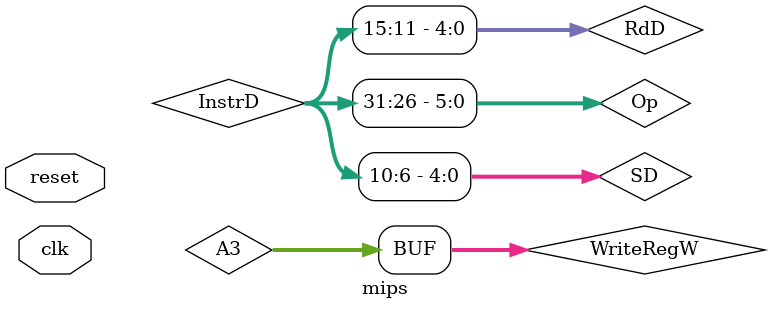
<source format=v>
`timescale 1ns / 1ps
module mips(
	input clk,
	input reset
    );
	always@(posedge clk)begin
//			$display("!!!!%h",InstrD);
//			$display("!!!!%h %h %h %h",RegWriteD,RegWriteE,RegWriteM,RegWriteW);
//			$display("!!!!%h %h %h %h %h %h",RsD,RtD,RdE,WriteRegE,WriteRegM,WriteRegW);
//	   	$display("!!!!%h %h ||%h",SrcAE,SrcBE,ALUControlE);
//			$display("!!!!%h %h %h",ALUOutE,ALUOutM,ALUOutW);
//			$display("!!!!%h %h ",SrcAE,SrcBE);
//			$display("QWQ%h %h %h %h",Branch2D,!EqualD,A1,InstrD);
//			$display("!?????%h %h",((ForwardAD==2'b00)?RD1D:((ForwardAD==2'b01)?ResultW:((ForwardAD==2'b10)?ALUOutM:PCPlus8E))),(((ForwardBD==2'b00)?RD2D:((ForwardBD==2'b01)?ResultW:((ForwardBD==2'b10)?ALUOutM:PCPlus8E)))));
//			$display("!!!!%h ",EqualD);
  //  		$display("!!!!%h %h %h %h",PCPlus8D,PCPlus8E,PCPlus8M,PCPlus8W);
	//		$display("???%h %h",ForwardAD,ForwardAD);
	//		$display("?!!!!!!%h %h %h",RD1D,ResultW,ALUOutM,PCPlus8E);
	end	
	
	wire [31:0]InstrE,InstrM,InstrW;
	
	wire [31:0]PCPlus8D,PCPlus8E,PCPlus8M,PCPlus8W;
	assign  PCPlus8D=PCPlus4D+3'b100;
			//	PCPlus8D=PCPlus4D;
	wire [31:0]PC1,PCF,PCPlus4F;
	wire StallF;
	wire [1:0]PCSrcD;
	reg [31:0]PC;
	initial begin
		PC<=32'h3000;
	end
	wire [31:0]PCBranchJD,PCBranchD;
	assign PC1=((PCSrcD==2'b00)?PCPlus4F:((PCSrcD==2'b01)?PCBranchJD:(((ForwardBD==2'b00)?RD2D:((ForwardBD==2'b01)?ResultW:((ForwardBD==2'b10)?((JM!=3'b001&JM!=3'b100)?ALUOutM:PCPlus8M):PCPlus8E))))));
	assign PCF=PC;	
	always @(posedge clk)begin
		if(!StallF)begin
			if(reset)begin
				PC<=32'h3000;
			end			
			else PC<=PC1;
		end
	end
	
	
	
	assign PCPlus4F=PCF+3'b100;

	wire [31:0]InstrF;
	 im IM(
		.Addr(PCF),
		.Out(InstrF)
	 );
	 
	wire [31:0]InstrD,PCPlus4D; 
	wire StallD;
	IFID IFID (
		 .Clk(clk), 
		 .Reset(reset), 
		 .PCPlus4F(PCPlus4F), 
		 .InstrF(InstrF), 
		 .InstrD(InstrD), 
		 .PCPlus4D(PCPlus4D),
		 .StallD(StallD),
		 .PCSrcD(PCSrcD)
		 );
	 
	 wire BranchD,Branch2D,Branch3D;
	 wire [5:0]Op,Funct;
	 wire [1:0]REGDstD;
	 wire RegWriteD,MemWriteD,MemRead,W;
	 wire [1:0]MemtoRegD;
	 wire [5:0]ALUControlD;
	 wire [1:0]ALUSrcD;
	 wire [2:0]JD;
	 assign Op=InstrD[31:26],
			  Funct=InstrD[5:0];
	 controller CONTROLLER(
		.A(Op),
		.B(Funct),
		.REGDst(REGDstD),
		.ALUSrc(ALUSrcD),
		.RegWrite(RegWriteD),
		.ALUoperation(ALUControlD),
		.MemWrite(MemWriteD),
		.MemtoReg(MemtoRegD),
		.W(W),
		.Branch(BranchD),
		.Branch2(Branch2D),
		.Branch3(Branch3D),
		.J(JD)
	 );
	
	 wire [4:0]A1,A2,A3,WriteRegM;
	 wire [31:0]WD3,RD1D,RD2D,ResultW;
	 wire WE3;
	 assign A1=InstrD[25:21],
			  A2=InstrD[20:16],
			  A3=WriteRegW,
			  WData=((W==0)?ResultW:InstrD[15:0]<<16),
			  WD3=ResultW,
			  WE3=RegWriteW;
				
	 grf GRF(
		.Clk(clk),
		.Reset(reset),
		.RS1(A1),
		.RS2(A2),
		.RD(A3),
		.WData(WD3),
		.RegWrite(WE3),
		.RData1(RD1D),
		.RData2(RD2D),
		.J(JD)
	 );
	
	wire [31:0]ALUOutM; 
	wire EqualD,Equal2D;
	wire [1:0]ForwardBD,ForwardAD;
	assign EqualD=(
					((ForwardAD==2'b00)?RD1D:((ForwardAD==2'b01)?ResultW:((ForwardAD==2'b10)?((JM!=3'b001&JM!=3'b100)?ALUOutM:PCPlus8M):PCPlus8E)))
					==(((ForwardBD==2'b00)?RD2D:((ForwardBD==2'b01)?ResultW:((ForwardBD==2'b10)?((JM!=3'b001&JM!=3'b100)?ALUOutM:PCPlus8M):PCPlus8E))))
					),
			 Equal2D=(((ForwardAD==2'b00)?RD1D:((ForwardAD==2'b01)?ResultW:((ForwardAD==2'b10)?((JM!=3'b001&JM!=3'b100)?ALUOutM:PCPlus8M):PCPlus8E)))
						==32'b0
						);
	assign PCSrcD=((BranchD&EqualD)|(Branch2D&(!EqualD))|(JD!=3'b000))?2'b01:((Branch3D&(!Equal2D))?2'b10:2'b00);

	wire [31:0]SignImmD;
	EXT ext (
	 .Instr(InstrD),
    .SignImmD(SignImmD)
    );
   wire [1:0]ForwardJ;
	assign PCBranchD=PCPlus4D+({{16{SignImmD[15]}},SignImmD[15:0]}<<2); 
	assign PCBranchJD=((JD==3'b000)?PCBranchD:
							((JD==3'b001||JD==3'b011)?{PCPlus4D[31:28],InstrD[25:0],2'b0}:
							((JD==3'b100|JD==3'b101)?((((ForwardBD==2'b00)?RD2D:((ForwardBD==2'b01)?ResultW:((ForwardBD==2'b10)?((JM!=3'b001&JM!=3'b100)?ALUOutM:PCPlus8M):PCPlus8E))))+SignImmD):
							((ForwardJ==2'b01)?ResultW:
							((ForwardJ==2'b10)?((JM!=3'b001&JM!=3'b100)?ALUOutM:PCPlus8M):RD1D)))));

//////////////////////////////////////////////	 
	wire [4:0]RsD,RtD,RdD,RdE,SD,SE;
	wire [4:0]RsE,RtE;
	wire [31:0]RD1E,RD2E;
	wire FlushE;
	wire [31:0]SignImmE;
	wire [1:0]REGDstE;
	wire RegWriteE,MemWriteE;
	wire [1:0]MemtoRegE;
	wire [5:0]ALUControlE;
	wire [1:0]ALUSrcE;
	wire [2:0]JE,JM;
	assign RsD=InstrD[25:21],
			 RtD=InstrD[20:16],
			 RdD=InstrD[15:11],
			 SD=InstrD[10:6];
	IDEX IDEX (
	.InstrD(InstrD),
	.InstrE(InstrE),
		 .JD(JD),
		 .JE(JE),
		 .RD1D(RD1D), 
		 .RD2D(RD2D), 
		 .SignImmD(SignImmD), 
		 .RsD(RsD), 
		 .RtD(RtD), 
		 .RdD(RdD), 
		 .SD(SD),
		 .Clk(clk), 
		 .Reset(reset),
		 .FlushE(FlushE),		 
		 .RegWriteD(RegWriteD), 
		 .MemtoRegD(MemtoRegD), 
		 .MemWriteD(MemWriteD), 
		 .ALUoperationD(ALUControlD), 
		 .ALUSrcD(ALUSrcD), 
		 .REGDstD(REGDstD), 
		 .RD1E(RD1E), 
		 .RD2E(RD2E), 
		 .SignImmE(SignImmE), 
		 .RsE(RsE), 
		 .RtE(RtE), 
		 .RdE(RdE), 
		 .SE(SE),
		 .REGDstE(REGDstE), 
		 .ALUSrcE(ALUSrcE), 
		 .RegWriteE(RegWriteE), 
		 .ALUoperationE(ALUControlE), 
		 .MemWriteE(MemWriteE), 
		 .MemtoRegE(MemtoRegE),
		 
		 .PCPlus8D(PCPlus8D),
		 .PCPlus8E(PCPlus8E)
		 );
	wire [4:0]WriteRegE;
	assign WriteRegE=((REGDstE==2'b00)?RtE:((REGDstE==2'b01)?RdE:31));

	wire [31:0]SrcAE,SrcBE,WriteDataE,ALUOutE;	
	wire [1:0]ForwardBE,ForwardAE;
	assign SrcAE=((ForwardAE==2'b00)?RD1E:((ForwardAE==2'b01)?ResultW:((JM!=3'b001&JM!=3'b100)?ALUOutM:PCPlus8M))),
			 WriteDataE=((ForwardBE==2'b00)?RD2E:((ForwardBE==2'b01)?ResultW:((JM!=3'b001&JM!=3'b100)?ALUOutM:PCPlus8M))),
			 SrcBE=((ALUSrcE==2'b10)?SignImmE:((ALUSrcE==2'b00)?WriteDataE:PCPlus8E));
	

	 alu ALU(
		.A(SrcAE),
		.B(SrcBE),
		.S(SE),
		.ALUOp(ALUControlE),
		.C(ALUOutE)
	 );

	wire RegWriteM,MemWriteM;
	wire [1:0]MemtoRegM;	
	wire [31:0]WriteDataM;
	EXMEM EXMEM (
	.InstrE(InstrE),
	.InstrM(InstrM),
		 .JE(JE),
	    .JM(JM),
		 .ALUOutE(ALUOutE), 
		 .WriteDataE(WriteDataE), 
		 .WriteRegE(WriteRegE), 
		 .Clk(clk), 
		 .Reset(reset), 
		 .RegWriteE(RegWriteE), 
		 .MemtoRegE(MemtoRegE), 
		 .MemWriteE(MemWriteE), 
		 .ALUOutM(ALUOutM), 
		 .WriteDataM(WriteDataM), 
		 .WriteRegM(WriteRegM), 
		 .RegWriteM(RegWriteM), 
		 .MemtoRegM(MemtoRegM), 
		 .MemWriteM(MemWriteM),
		 
		 .PCPlus8E(PCPlus8E),
		 .PCPlus8M(PCPlus8M)
		 );
	
	wire ForwardBM;
	wire [31:0]ReadDataM;
	dm DM(
		.ALUOutM(ALUOutM),
		.Data(ForwardBM==1?ResultW:WriteDataM),
		.Reset(reset),
		.MemWrite(MemWriteM),
		.Out(ReadDataM),
		.Clk(clk)
	);

	wire [1:0]MemtoRegW;	
	wire [31:0]ReadDataW,ALUOutW;
	wire [4:0]WriteRegW;
	MEMWB MEMWB (
		 .ReadDataM(ReadDataM), 
		 .ALUOutM(ALUOutM), 
		 .WriteRegM(WriteRegM), 
		 .RegWriteM(RegWriteM), 
		 .MemtoRegM(MemtoRegM), 
		 .Clk(clk), 
		 .Reset(reset), 
		 .RegWriteW(RegWriteW), 
		 .MemtoRegW(MemtoRegW), 
		 .ReadDataW(ReadDataW), 
		 .ALUOutW(ALUOutW), 
		 .WriteRegW(WriteRegW),
		 
		 .PCPlus8M(PCPlus8M),
		 .PCPlus8W(PCPlus8W)
		 );
	assign ResultW=((MemtoRegW==2'b01)?ReadDataW:((MemtoRegW==2'b00)?ALUOutW:PCPlus8W));
	
	hazard HAZARD (

    .WriteRegW(WriteRegW), 
    .WriteRegM(WriteRegM), 
    .WriteRegE(WriteRegE), 
    .RegWriteW(RegWriteW),
    .RegWriteD(RegWriteD),	 
    .RegWriteM(RegWriteM), 
    .MemtoRegM(MemtoRegM), 
    .RegWriteE(RegWriteE), 
    .MemtoRegE(MemtoRegE), 
    .BranchD(BranchD),
	 .Branch2D(Branch2D),
	 .Branch3D(Branch3D),
    .JD(JD),	 
 
 	 .rdE(RdE),
 
    .rsE(RsE), 
    .rtE(RtE), 
    .rsD(RsD), 
    .rtD(RtD), 
    .ForwardBE(ForwardBE), 
    .ForwardAE(ForwardAE), 
    .FlushE(FlushE), 
    .ForwardBD(ForwardBD), 
    .ForwardAD(ForwardAD),
    .ForwardBM(ForwardBM), 
    .StallD(StallD), 
    .StallF(StallF),
	 .ForwardJ(ForwardJ)
    );
endmodule

</source>
